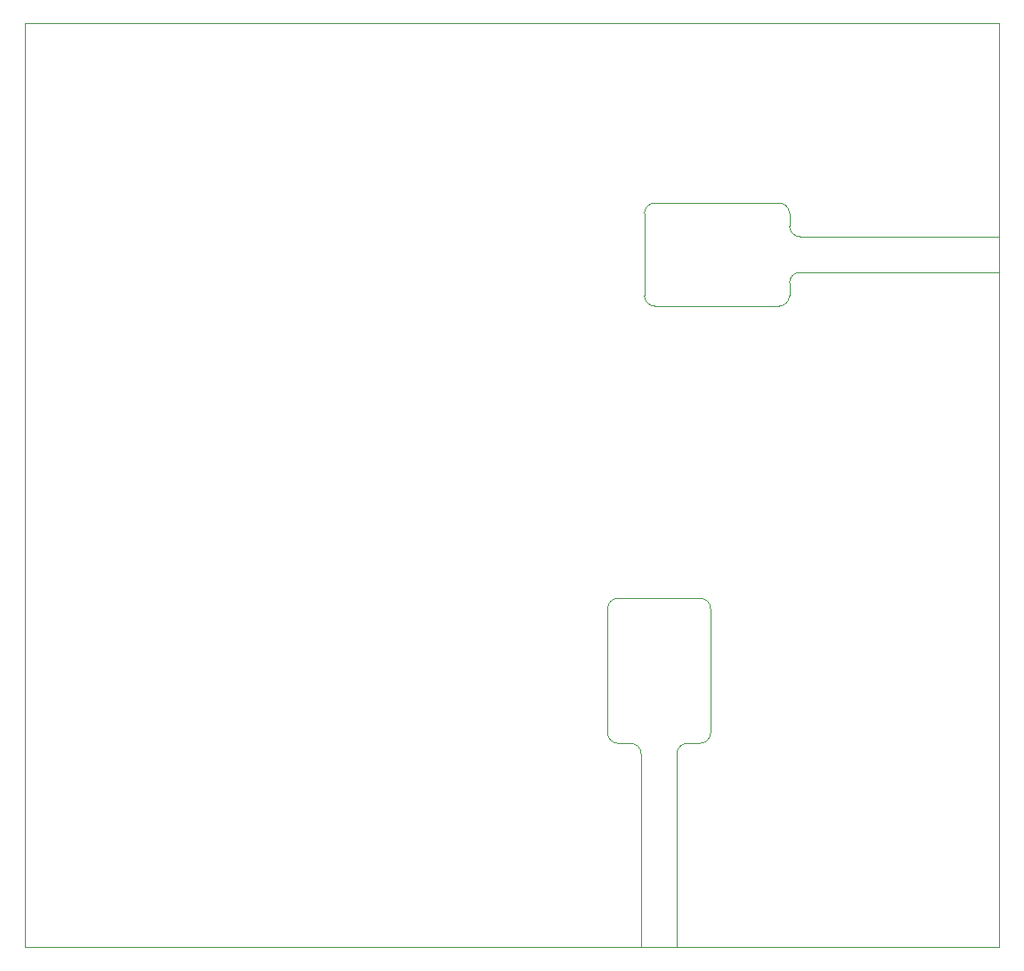
<source format=gbr>
%TF.GenerationSoftware,KiCad,Pcbnew,7.0.9*%
%TF.CreationDate,2024-06-20T22:38:46+05:30*%
%TF.ProjectId,BMS_Master,424d535f-4d61-4737-9465-722e6b696361,rev?*%
%TF.SameCoordinates,Original*%
%TF.FileFunction,Profile,NP*%
%FSLAX46Y46*%
G04 Gerber Fmt 4.6, Leading zero omitted, Abs format (unit mm)*
G04 Created by KiCad (PCBNEW 7.0.9) date 2024-06-20 22:38:46*
%MOMM*%
%LPD*%
G01*
G04 APERTURE LIST*
%TA.AperFunction,Profile*%
%ADD10C,0.100000*%
%TD*%
%TA.AperFunction,Profile*%
%ADD11C,0.120000*%
%TD*%
G04 APERTURE END LIST*
D10*
X187900000Y-57600000D02*
X280500000Y-57600000D01*
X280500000Y-145500000D01*
X187900000Y-145500000D01*
X187900000Y-57600000D01*
D11*
%TO.C,K1*%
X243300000Y-125100000D02*
X243300000Y-113300000D01*
X244300000Y-112300000D02*
X252100000Y-112300000D01*
X245500000Y-126100000D02*
X244300000Y-126100000D01*
X246500000Y-145500000D02*
X246500000Y-127100000D01*
X249900000Y-127100000D02*
X249900000Y-145500000D01*
X249900000Y-145500000D02*
X246500000Y-145500000D01*
X252100000Y-126100000D02*
X250900000Y-126100000D01*
X253100000Y-113300000D02*
X253100000Y-125100000D01*
X244300000Y-112300000D02*
G75*
G03*
X243300000Y-113300000I0J-1000000D01*
G01*
X243300000Y-125100000D02*
G75*
G03*
X244300000Y-126100000I1000000J0D01*
G01*
X246500000Y-127100000D02*
G75*
G03*
X245500000Y-126100000I-1000000J0D01*
G01*
X250900000Y-126100000D02*
G75*
G03*
X249900000Y-127100000I0J-1000000D01*
G01*
X253100000Y-113300000D02*
G75*
G03*
X252100000Y-112300000I-1000000J0D01*
G01*
X252100000Y-126100000D02*
G75*
G03*
X253100000Y-125100000I0J1000000D01*
G01*
%TO.C,K2*%
X259600000Y-84500000D02*
X247800000Y-84500000D01*
X246800000Y-83500000D02*
X246800000Y-75700000D01*
X260600000Y-82300000D02*
X260600000Y-83500000D01*
X280500000Y-81300000D02*
X261600000Y-81300000D01*
X261600000Y-77900000D02*
X280500000Y-77900000D01*
X280500000Y-77900000D02*
X280500000Y-81300000D01*
X260600000Y-75700000D02*
X260600000Y-76900000D01*
X247800000Y-74700000D02*
X259600000Y-74700000D01*
X246800000Y-83500000D02*
G75*
G03*
X247800000Y-84500000I1000000J0D01*
G01*
X259600000Y-84500000D02*
G75*
G03*
X260600000Y-83500000I0J1000000D01*
G01*
X261600000Y-81300000D02*
G75*
G03*
X260600000Y-82300000I0J-1000000D01*
G01*
X260600000Y-76900000D02*
G75*
G03*
X261600000Y-77900000I1000000J0D01*
G01*
X247800000Y-74700000D02*
G75*
G03*
X246800000Y-75700000I0J-1000000D01*
G01*
X260600000Y-75700000D02*
G75*
G03*
X259600000Y-74700000I-1000000J0D01*
G01*
%TD*%
M02*

</source>
